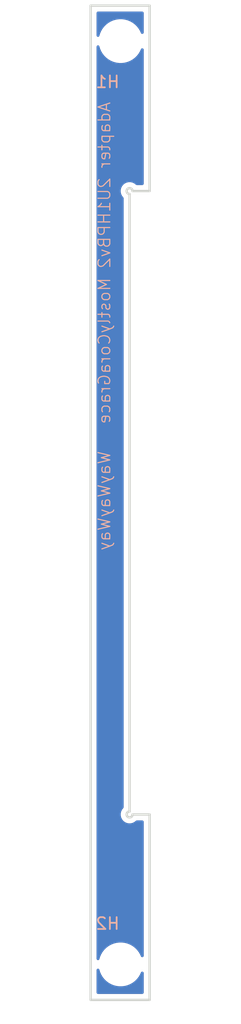
<source format=kicad_pcb>
(kicad_pcb (version 20241229) (generator "pcbnew") (generator_version "9.0")
  (layers (0 "F.Cu" signal) (2 "B.Cu" signal) (13 "F.Paste" user) (15 "B.Paste" user) (5 "F.SilkS" user "F.Silkscreen") (7 "B.SilkS" user "B.Silkscreen") (1 "F.Mask" user) (3 "B.Mask" user) (25 "Edge.Cuts" user))
  (net 0 "")
  (footprint "EXC:MountingHole_3.2mm_M3" (layer "F.Cu") (at 2.54 5.425)
    (property "Reference" "H1" (at 0 3.45 0) (layer "B.SilkS") (effects (justify left mirror)))
    (property "Value" "Eurorack_M3_MountingHole")
    (pad "" np_thru_hole circle (at 0 0) (size 3.2 3.2) (drill 3.2) (layers "*.Cu" "*.Mask"))
  )
  (footprint "EXC:MountingHole_3.2mm_M3" (layer "F.Cu") (at 2.54 83.475)
    (property "Reference" "H2" (at 0 -3.45 0) (layer "B.SilkS") (effects (justify left mirror)))
    (property "Value" "Eurorack_M3_MountingHole")
    (pad "" np_thru_hole circle (at 0 0) (size 3.2 3.2) (drill 3.2) (layers "*.Cu" "*.Mask"))
  )
  (gr_line (start 3.3 18.35) (end 3.3 70.55) (stroke (width 0.2)) (layer "Edge.Cuts"))
  (gr_line (start 0 2.425) (end 0 86.475) (stroke (width 0.2)) (layer "Edge.Cuts"))
  (gr_line (start 3.55 70.8) (end 5 70.8) (stroke (width 0.2)) (layer "Edge.Cuts"))
  (gr_line (start 0 2.425) (end 5 2.425) (stroke (width 0.2)) (layer "Edge.Cuts"))
  (gr_line (start 0 86.475) (end 5 86.475) (stroke (width 0.2)) (layer "Edge.Cuts"))
  (gr_line (start 5 2.425) (end 5 18.1) (stroke (width 0.2)) (layer "Edge.Cuts"))
  (gr_line (start 3.55 18.1) (end 5 18.1) (stroke (width 0.2)) (layer "Edge.Cuts"))
  (gr_arc (start 3.3 18.35) (mid 3.123223 17.923223) (end 3.55 18.1) (stroke (width 0.2)) (layer "Edge.Cuts"))
  (gr_line (start 5 70.8) (end 5 86.475) (stroke (width 0.2)) (layer "Edge.Cuts"))
  (gr_arc (start 3.55 70.8) (mid 3.123223 70.976777) (end 3.3 70.55) (stroke (width 0.2)) (layer "Edge.Cuts"))
  (gr_text "WayWayWay" (at 1.75 40 90) (layer "B.SilkS") (effects (font (size 1 1) (thickness 0.1)) (justify left bottom mirror)))
  (gr_text "Adapter 2U1HPBv2 MostlyCoraGrace" (at 1.75 10.5 90) (layer "B.SilkS") (effects (font (size 1 1) (thickness 0.1)) (justify left bottom mirror)))
  (zone (net 0) (net_name "") (layers "F.Cu" "B.Cu") (connect_pads (clearance 0.5)) (min_thickness 0.25) (fill yes (thermal_gap 0.5) (thermal_bridge_width 0.5) (island_removal_mode 1) (island_area_min 10))
    (polygon (pts (xy 0 2.425) (xy 5 2.425) (xy 5 18.1) (xy 3.3 18.1) (xy 3.3 70.8) (xy 5 70.8) (xy 5 86.475) (xy 0 86.475)))
  )
)
</source>
